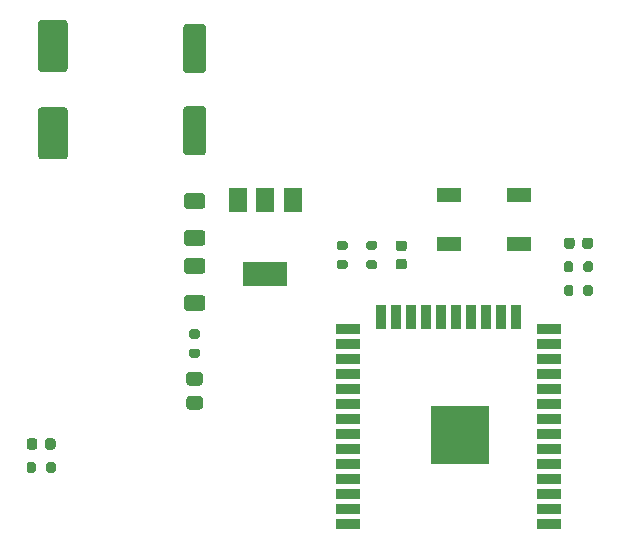
<source format=gbr>
G04 #@! TF.GenerationSoftware,KiCad,Pcbnew,(5.1.10)-1*
G04 #@! TF.CreationDate,2021-09-08T13:47:50+09:00*
G04 #@! TF.ProjectId,driver_v0.3,64726976-6572-45f7-9630-2e332e6b6963,rev?*
G04 #@! TF.SameCoordinates,Original*
G04 #@! TF.FileFunction,Paste,Top*
G04 #@! TF.FilePolarity,Positive*
%FSLAX46Y46*%
G04 Gerber Fmt 4.6, Leading zero omitted, Abs format (unit mm)*
G04 Created by KiCad (PCBNEW (5.1.10)-1) date 2021-09-08 13:47:50*
%MOMM*%
%LPD*%
G01*
G04 APERTURE LIST*
%ADD10R,1.500000X2.000000*%
%ADD11R,3.800000X2.000000*%
%ADD12R,2.000000X0.900000*%
%ADD13R,0.900000X2.000000*%
%ADD14R,5.000000X5.000000*%
%ADD15R,2.000000X1.300000*%
G04 APERTURE END LIST*
D10*
X36800000Y-29850000D03*
X32200000Y-29850000D03*
X34500000Y-29850000D03*
D11*
X34500000Y-36150000D03*
D12*
X41500000Y-57255000D03*
X41500000Y-55985000D03*
X41500000Y-54715000D03*
X41500000Y-53445000D03*
X41500000Y-52175000D03*
X41500000Y-50905000D03*
X41500000Y-49635000D03*
X41500000Y-48365000D03*
X41500000Y-47095000D03*
X41500000Y-45825000D03*
X41500000Y-44555000D03*
X41500000Y-43285000D03*
X41500000Y-42015000D03*
X41500000Y-40745000D03*
D13*
X44285000Y-39745000D03*
X45555000Y-39745000D03*
X46825000Y-39745000D03*
X48095000Y-39745000D03*
X49365000Y-39745000D03*
X50635000Y-39745000D03*
X51905000Y-39745000D03*
X53175000Y-39745000D03*
X54445000Y-39745000D03*
X55715000Y-39745000D03*
D12*
X58500000Y-40745000D03*
X58500000Y-42015000D03*
X58500000Y-43285000D03*
X58500000Y-44555000D03*
X58500000Y-45825000D03*
X58500000Y-47095000D03*
X58500000Y-48365000D03*
X58500000Y-49635000D03*
X58500000Y-50905000D03*
X58500000Y-52175000D03*
X58500000Y-53445000D03*
X58500000Y-54715000D03*
X58500000Y-55985000D03*
X58500000Y-57255000D03*
D14*
X51000000Y-49755000D03*
D15*
X50000000Y-33550000D03*
X50000000Y-29450000D03*
X56000000Y-33550000D03*
X56000000Y-29450000D03*
G36*
G01*
X28775000Y-41575000D02*
X28225000Y-41575000D01*
G75*
G02*
X28025000Y-41375000I0J200000D01*
G01*
X28025000Y-40975000D01*
G75*
G02*
X28225000Y-40775000I200000J0D01*
G01*
X28775000Y-40775000D01*
G75*
G02*
X28975000Y-40975000I0J-200000D01*
G01*
X28975000Y-41375000D01*
G75*
G02*
X28775000Y-41575000I-200000J0D01*
G01*
G37*
G36*
G01*
X28775000Y-43225000D02*
X28225000Y-43225000D01*
G75*
G02*
X28025000Y-43025000I0J200000D01*
G01*
X28025000Y-42625000D01*
G75*
G02*
X28225000Y-42425000I200000J0D01*
G01*
X28775000Y-42425000D01*
G75*
G02*
X28975000Y-42625000I0J-200000D01*
G01*
X28975000Y-43025000D01*
G75*
G02*
X28775000Y-43225000I-200000J0D01*
G01*
G37*
G36*
G01*
X15075000Y-52225000D02*
X15075000Y-52775000D01*
G75*
G02*
X14875000Y-52975000I-200000J0D01*
G01*
X14475000Y-52975000D01*
G75*
G02*
X14275000Y-52775000I0J200000D01*
G01*
X14275000Y-52225000D01*
G75*
G02*
X14475000Y-52025000I200000J0D01*
G01*
X14875000Y-52025000D01*
G75*
G02*
X15075000Y-52225000I0J-200000D01*
G01*
G37*
G36*
G01*
X16725000Y-52225000D02*
X16725000Y-52775000D01*
G75*
G02*
X16525000Y-52975000I-200000J0D01*
G01*
X16125000Y-52975000D01*
G75*
G02*
X15925000Y-52775000I0J200000D01*
G01*
X15925000Y-52225000D01*
G75*
G02*
X16125000Y-52025000I200000J0D01*
G01*
X16525000Y-52025000D01*
G75*
G02*
X16725000Y-52225000I0J-200000D01*
G01*
G37*
G36*
G01*
X43775000Y-34075000D02*
X43225000Y-34075000D01*
G75*
G02*
X43025000Y-33875000I0J200000D01*
G01*
X43025000Y-33475000D01*
G75*
G02*
X43225000Y-33275000I200000J0D01*
G01*
X43775000Y-33275000D01*
G75*
G02*
X43975000Y-33475000I0J-200000D01*
G01*
X43975000Y-33875000D01*
G75*
G02*
X43775000Y-34075000I-200000J0D01*
G01*
G37*
G36*
G01*
X43775000Y-35725000D02*
X43225000Y-35725000D01*
G75*
G02*
X43025000Y-35525000I0J200000D01*
G01*
X43025000Y-35125000D01*
G75*
G02*
X43225000Y-34925000I200000J0D01*
G01*
X43775000Y-34925000D01*
G75*
G02*
X43975000Y-35125000I0J-200000D01*
G01*
X43975000Y-35525000D01*
G75*
G02*
X43775000Y-35725000I-200000J0D01*
G01*
G37*
G36*
G01*
X60575000Y-35225000D02*
X60575000Y-35775000D01*
G75*
G02*
X60375000Y-35975000I-200000J0D01*
G01*
X59975000Y-35975000D01*
G75*
G02*
X59775000Y-35775000I0J200000D01*
G01*
X59775000Y-35225000D01*
G75*
G02*
X59975000Y-35025000I200000J0D01*
G01*
X60375000Y-35025000D01*
G75*
G02*
X60575000Y-35225000I0J-200000D01*
G01*
G37*
G36*
G01*
X62225000Y-35225000D02*
X62225000Y-35775000D01*
G75*
G02*
X62025000Y-35975000I-200000J0D01*
G01*
X61625000Y-35975000D01*
G75*
G02*
X61425000Y-35775000I0J200000D01*
G01*
X61425000Y-35225000D01*
G75*
G02*
X61625000Y-35025000I200000J0D01*
G01*
X62025000Y-35025000D01*
G75*
G02*
X62225000Y-35225000I0J-200000D01*
G01*
G37*
G36*
G01*
X40725000Y-34925000D02*
X41275000Y-34925000D01*
G75*
G02*
X41475000Y-35125000I0J-200000D01*
G01*
X41475000Y-35525000D01*
G75*
G02*
X41275000Y-35725000I-200000J0D01*
G01*
X40725000Y-35725000D01*
G75*
G02*
X40525000Y-35525000I0J200000D01*
G01*
X40525000Y-35125000D01*
G75*
G02*
X40725000Y-34925000I200000J0D01*
G01*
G37*
G36*
G01*
X40725000Y-33275000D02*
X41275000Y-33275000D01*
G75*
G02*
X41475000Y-33475000I0J-200000D01*
G01*
X41475000Y-33875000D01*
G75*
G02*
X41275000Y-34075000I-200000J0D01*
G01*
X40725000Y-34075000D01*
G75*
G02*
X40525000Y-33875000I0J200000D01*
G01*
X40525000Y-33475000D01*
G75*
G02*
X40725000Y-33275000I200000J0D01*
G01*
G37*
G36*
G01*
X61425000Y-37775000D02*
X61425000Y-37225000D01*
G75*
G02*
X61625000Y-37025000I200000J0D01*
G01*
X62025000Y-37025000D01*
G75*
G02*
X62225000Y-37225000I0J-200000D01*
G01*
X62225000Y-37775000D01*
G75*
G02*
X62025000Y-37975000I-200000J0D01*
G01*
X61625000Y-37975000D01*
G75*
G02*
X61425000Y-37775000I0J200000D01*
G01*
G37*
G36*
G01*
X59775000Y-37775000D02*
X59775000Y-37225000D01*
G75*
G02*
X59975000Y-37025000I200000J0D01*
G01*
X60375000Y-37025000D01*
G75*
G02*
X60575000Y-37225000I0J-200000D01*
G01*
X60575000Y-37775000D01*
G75*
G02*
X60375000Y-37975000I-200000J0D01*
G01*
X59975000Y-37975000D01*
G75*
G02*
X59775000Y-37775000I0J200000D01*
G01*
G37*
G36*
G01*
X28049999Y-46450000D02*
X28950001Y-46450000D01*
G75*
G02*
X29200000Y-46699999I0J-249999D01*
G01*
X29200000Y-47350001D01*
G75*
G02*
X28950001Y-47600000I-249999J0D01*
G01*
X28049999Y-47600000D01*
G75*
G02*
X27800000Y-47350001I0J249999D01*
G01*
X27800000Y-46699999D01*
G75*
G02*
X28049999Y-46450000I249999J0D01*
G01*
G37*
G36*
G01*
X28049999Y-44400000D02*
X28950001Y-44400000D01*
G75*
G02*
X29200000Y-44649999I0J-249999D01*
G01*
X29200000Y-45300001D01*
G75*
G02*
X28950001Y-45550000I-249999J0D01*
G01*
X28049999Y-45550000D01*
G75*
G02*
X27800000Y-45300001I0J249999D01*
G01*
X27800000Y-44649999D01*
G75*
G02*
X28049999Y-44400000I249999J0D01*
G01*
G37*
G36*
G01*
X29150001Y-36100000D02*
X27849999Y-36100000D01*
G75*
G02*
X27600000Y-35850001I0J249999D01*
G01*
X27600000Y-35024999D01*
G75*
G02*
X27849999Y-34775000I249999J0D01*
G01*
X29150001Y-34775000D01*
G75*
G02*
X29400000Y-35024999I0J-249999D01*
G01*
X29400000Y-35850001D01*
G75*
G02*
X29150001Y-36100000I-249999J0D01*
G01*
G37*
G36*
G01*
X29150001Y-39225000D02*
X27849999Y-39225000D01*
G75*
G02*
X27600000Y-38975001I0J249999D01*
G01*
X27600000Y-38149999D01*
G75*
G02*
X27849999Y-37900000I249999J0D01*
G01*
X29150001Y-37900000D01*
G75*
G02*
X29400000Y-38149999I0J-249999D01*
G01*
X29400000Y-38975001D01*
G75*
G02*
X29150001Y-39225000I-249999J0D01*
G01*
G37*
G36*
G01*
X27849999Y-32400000D02*
X29150001Y-32400000D01*
G75*
G02*
X29400000Y-32649999I0J-249999D01*
G01*
X29400000Y-33475001D01*
G75*
G02*
X29150001Y-33725000I-249999J0D01*
G01*
X27849999Y-33725000D01*
G75*
G02*
X27600000Y-33475001I0J249999D01*
G01*
X27600000Y-32649999D01*
G75*
G02*
X27849999Y-32400000I249999J0D01*
G01*
G37*
G36*
G01*
X27849999Y-29275000D02*
X29150001Y-29275000D01*
G75*
G02*
X29400000Y-29524999I0J-249999D01*
G01*
X29400000Y-30350001D01*
G75*
G02*
X29150001Y-30600000I-249999J0D01*
G01*
X27849999Y-30600000D01*
G75*
G02*
X27600000Y-30350001I0J249999D01*
G01*
X27600000Y-29524999D01*
G75*
G02*
X27849999Y-29275000I249999J0D01*
G01*
G37*
G36*
G01*
X27800000Y-21900000D02*
X29200000Y-21900000D01*
G75*
G02*
X29450000Y-22150000I0J-250000D01*
G01*
X29450000Y-25800000D01*
G75*
G02*
X29200000Y-26050000I-250000J0D01*
G01*
X27800000Y-26050000D01*
G75*
G02*
X27550000Y-25800000I0J250000D01*
G01*
X27550000Y-22150000D01*
G75*
G02*
X27800000Y-21900000I250000J0D01*
G01*
G37*
G36*
G01*
X27800000Y-14950000D02*
X29200000Y-14950000D01*
G75*
G02*
X29450000Y-15200000I0J-250000D01*
G01*
X29450000Y-18850000D01*
G75*
G02*
X29200000Y-19100000I-250000J0D01*
G01*
X27800000Y-19100000D01*
G75*
G02*
X27550000Y-18850000I0J250000D01*
G01*
X27550000Y-15200000D01*
G75*
G02*
X27800000Y-14950000I250000J0D01*
G01*
G37*
G36*
G01*
X15500000Y-22000000D02*
X17500000Y-22000000D01*
G75*
G02*
X17750000Y-22250000I0J-250000D01*
G01*
X17750000Y-26150000D01*
G75*
G02*
X17500000Y-26400000I-250000J0D01*
G01*
X15500000Y-26400000D01*
G75*
G02*
X15250000Y-26150000I0J250000D01*
G01*
X15250000Y-22250000D01*
G75*
G02*
X15500000Y-22000000I250000J0D01*
G01*
G37*
G36*
G01*
X15500000Y-14600000D02*
X17500000Y-14600000D01*
G75*
G02*
X17750000Y-14850000I0J-250000D01*
G01*
X17750000Y-18750000D01*
G75*
G02*
X17500000Y-19000000I-250000J0D01*
G01*
X15500000Y-19000000D01*
G75*
G02*
X15250000Y-18750000I0J250000D01*
G01*
X15250000Y-14850000D01*
G75*
G02*
X15500000Y-14600000I250000J0D01*
G01*
G37*
G36*
G01*
X45750000Y-34825000D02*
X46250000Y-34825000D01*
G75*
G02*
X46475000Y-35050000I0J-225000D01*
G01*
X46475000Y-35500000D01*
G75*
G02*
X46250000Y-35725000I-225000J0D01*
G01*
X45750000Y-35725000D01*
G75*
G02*
X45525000Y-35500000I0J225000D01*
G01*
X45525000Y-35050000D01*
G75*
G02*
X45750000Y-34825000I225000J0D01*
G01*
G37*
G36*
G01*
X45750000Y-33275000D02*
X46250000Y-33275000D01*
G75*
G02*
X46475000Y-33500000I0J-225000D01*
G01*
X46475000Y-33950000D01*
G75*
G02*
X46250000Y-34175000I-225000J0D01*
G01*
X45750000Y-34175000D01*
G75*
G02*
X45525000Y-33950000I0J225000D01*
G01*
X45525000Y-33500000D01*
G75*
G02*
X45750000Y-33275000I225000J0D01*
G01*
G37*
G36*
G01*
X61325000Y-33750000D02*
X61325000Y-33250000D01*
G75*
G02*
X61550000Y-33025000I225000J0D01*
G01*
X62000000Y-33025000D01*
G75*
G02*
X62225000Y-33250000I0J-225000D01*
G01*
X62225000Y-33750000D01*
G75*
G02*
X62000000Y-33975000I-225000J0D01*
G01*
X61550000Y-33975000D01*
G75*
G02*
X61325000Y-33750000I0J225000D01*
G01*
G37*
G36*
G01*
X59775000Y-33750000D02*
X59775000Y-33250000D01*
G75*
G02*
X60000000Y-33025000I225000J0D01*
G01*
X60450000Y-33025000D01*
G75*
G02*
X60675000Y-33250000I0J-225000D01*
G01*
X60675000Y-33750000D01*
G75*
G02*
X60450000Y-33975000I-225000J0D01*
G01*
X60000000Y-33975000D01*
G75*
G02*
X59775000Y-33750000I0J225000D01*
G01*
G37*
G36*
G01*
X15175000Y-50250000D02*
X15175000Y-50750000D01*
G75*
G02*
X14950000Y-50975000I-225000J0D01*
G01*
X14500000Y-50975000D01*
G75*
G02*
X14275000Y-50750000I0J225000D01*
G01*
X14275000Y-50250000D01*
G75*
G02*
X14500000Y-50025000I225000J0D01*
G01*
X14950000Y-50025000D01*
G75*
G02*
X15175000Y-50250000I0J-225000D01*
G01*
G37*
G36*
G01*
X16725000Y-50250000D02*
X16725000Y-50750000D01*
G75*
G02*
X16500000Y-50975000I-225000J0D01*
G01*
X16050000Y-50975000D01*
G75*
G02*
X15825000Y-50750000I0J225000D01*
G01*
X15825000Y-50250000D01*
G75*
G02*
X16050000Y-50025000I225000J0D01*
G01*
X16500000Y-50025000D01*
G75*
G02*
X16725000Y-50250000I0J-225000D01*
G01*
G37*
M02*

</source>
